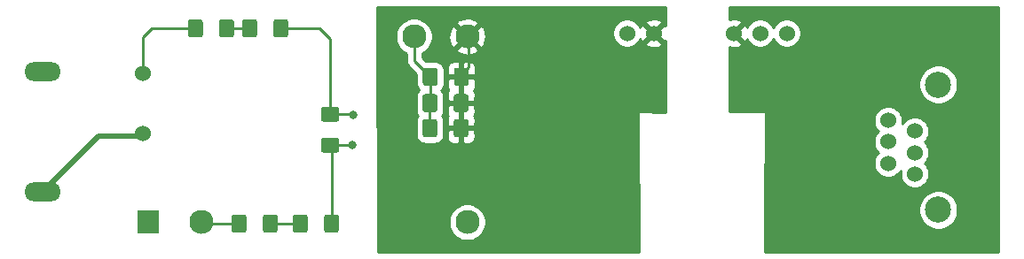
<source format=gbl>
G04 #@! TF.GenerationSoftware,KiCad,Pcbnew,(5.1.6)-1*
G04 #@! TF.CreationDate,2020-11-26T12:48:09+01:00*
G04 #@! TF.ProjectId,IsolationBarrier,49736f6c-6174-4696-9f6e-426172726965,rev?*
G04 #@! TF.SameCoordinates,Original*
G04 #@! TF.FileFunction,Copper,L2,Bot*
G04 #@! TF.FilePolarity,Positive*
%FSLAX46Y46*%
G04 Gerber Fmt 4.6, Leading zero omitted, Abs format (unit mm)*
G04 Created by KiCad (PCBNEW (5.1.6)-1) date 2020-11-26 12:48:09*
%MOMM*%
%LPD*%
G01*
G04 APERTURE LIST*
G04 #@! TA.AperFunction,WasherPad*
%ADD10C,2.500000*%
G04 #@! TD*
G04 #@! TA.AperFunction,ComponentPad*
%ADD11C,1.524000*%
G04 #@! TD*
G04 #@! TA.AperFunction,ComponentPad*
%ADD12O,3.500000X1.800000*%
G04 #@! TD*
G04 #@! TA.AperFunction,ComponentPad*
%ADD13C,2.300000*%
G04 #@! TD*
G04 #@! TA.AperFunction,ComponentPad*
%ADD14R,2.000000X2.300000*%
G04 #@! TD*
G04 #@! TA.AperFunction,ViaPad*
%ADD15C,0.800000*%
G04 #@! TD*
G04 #@! TA.AperFunction,Conductor*
%ADD16C,0.250000*%
G04 #@! TD*
G04 #@! TA.AperFunction,Conductor*
%ADD17C,0.500000*%
G04 #@! TD*
G04 #@! TA.AperFunction,Conductor*
%ADD18C,0.254000*%
G04 #@! TD*
G04 APERTURE END LIST*
D10*
X121951100Y-94358700D03*
X121951100Y-106358700D03*
D11*
X119716100Y-98828700D03*
X119716100Y-100868700D03*
X119716100Y-102908700D03*
X117176100Y-97808700D03*
X117176100Y-99848700D03*
X117176100Y-101888700D03*
D12*
X36508000Y-104591800D03*
X36508000Y-93091800D03*
D13*
X71931000Y-89761300D03*
X77011000Y-89761300D03*
X51611000Y-107541300D03*
D14*
X46531000Y-107541300D03*
D13*
X77011000Y-107541300D03*
D11*
X107491000Y-89443800D03*
X104951000Y-89443800D03*
X102411000Y-89443800D03*
X94791000Y-89443800D03*
X92251000Y-89443800D03*
G04 #@! TA.AperFunction,SMDPad,CuDef*
G36*
G01*
X64555000Y-97912800D02*
X63305000Y-97912800D01*
G75*
G02*
X63055000Y-97662800I0J250000D01*
G01*
X63055000Y-96737800D01*
G75*
G02*
X63305000Y-96487800I250000J0D01*
G01*
X64555000Y-96487800D01*
G75*
G02*
X64805000Y-96737800I0J-250000D01*
G01*
X64805000Y-97662800D01*
G75*
G02*
X64555000Y-97912800I-250000J0D01*
G01*
G37*
G04 #@! TD.AperFunction*
G04 #@! TA.AperFunction,SMDPad,CuDef*
G36*
G01*
X64555000Y-100887800D02*
X63305000Y-100887800D01*
G75*
G02*
X63055000Y-100637800I0J250000D01*
G01*
X63055000Y-99712800D01*
G75*
G02*
X63305000Y-99462800I250000J0D01*
G01*
X64555000Y-99462800D01*
G75*
G02*
X64805000Y-99712800I0J-250000D01*
G01*
X64805000Y-100637800D01*
G75*
G02*
X64555000Y-100887800I-250000J0D01*
G01*
G37*
G04 #@! TD.AperFunction*
G04 #@! TA.AperFunction,SMDPad,CuDef*
G36*
G01*
X61794500Y-107043300D02*
X61794500Y-108293300D01*
G75*
G02*
X61544500Y-108543300I-250000J0D01*
G01*
X60619500Y-108543300D01*
G75*
G02*
X60369500Y-108293300I0J250000D01*
G01*
X60369500Y-107043300D01*
G75*
G02*
X60619500Y-106793300I250000J0D01*
G01*
X61544500Y-106793300D01*
G75*
G02*
X61794500Y-107043300I0J-250000D01*
G01*
G37*
G04 #@! TD.AperFunction*
G04 #@! TA.AperFunction,SMDPad,CuDef*
G36*
G01*
X64769500Y-107043300D02*
X64769500Y-108293300D01*
G75*
G02*
X64519500Y-108543300I-250000J0D01*
G01*
X63594500Y-108543300D01*
G75*
G02*
X63344500Y-108293300I0J250000D01*
G01*
X63344500Y-107043300D01*
G75*
G02*
X63594500Y-106793300I250000J0D01*
G01*
X64519500Y-106793300D01*
G75*
G02*
X64769500Y-107043300I0J-250000D01*
G01*
G37*
G04 #@! TD.AperFunction*
G04 #@! TA.AperFunction,SMDPad,CuDef*
G36*
G01*
X55952500Y-107043300D02*
X55952500Y-108293300D01*
G75*
G02*
X55702500Y-108543300I-250000J0D01*
G01*
X54777500Y-108543300D01*
G75*
G02*
X54527500Y-108293300I0J250000D01*
G01*
X54527500Y-107043300D01*
G75*
G02*
X54777500Y-106793300I250000J0D01*
G01*
X55702500Y-106793300D01*
G75*
G02*
X55952500Y-107043300I0J-250000D01*
G01*
G37*
G04 #@! TD.AperFunction*
G04 #@! TA.AperFunction,SMDPad,CuDef*
G36*
G01*
X58927500Y-107043300D02*
X58927500Y-108293300D01*
G75*
G02*
X58677500Y-108543300I-250000J0D01*
G01*
X57752500Y-108543300D01*
G75*
G02*
X57502500Y-108293300I0J250000D01*
G01*
X57502500Y-107043300D01*
G75*
G02*
X57752500Y-106793300I250000J0D01*
G01*
X58677500Y-106793300D01*
G75*
G02*
X58927500Y-107043300I0J-250000D01*
G01*
G37*
G04 #@! TD.AperFunction*
G04 #@! TA.AperFunction,SMDPad,CuDef*
G36*
G01*
X56964300Y-88354700D02*
X56964300Y-89604700D01*
G75*
G02*
X56714300Y-89854700I-250000J0D01*
G01*
X55789300Y-89854700D01*
G75*
G02*
X55539300Y-89604700I0J250000D01*
G01*
X55539300Y-88354700D01*
G75*
G02*
X55789300Y-88104700I250000J0D01*
G01*
X56714300Y-88104700D01*
G75*
G02*
X56964300Y-88354700I0J-250000D01*
G01*
G37*
G04 #@! TD.AperFunction*
G04 #@! TA.AperFunction,SMDPad,CuDef*
G36*
G01*
X59939300Y-88354700D02*
X59939300Y-89604700D01*
G75*
G02*
X59689300Y-89854700I-250000J0D01*
G01*
X58764300Y-89854700D01*
G75*
G02*
X58514300Y-89604700I0J250000D01*
G01*
X58514300Y-88354700D01*
G75*
G02*
X58764300Y-88104700I250000J0D01*
G01*
X59689300Y-88104700D01*
G75*
G02*
X59939300Y-88354700I0J-250000D01*
G01*
G37*
G04 #@! TD.AperFunction*
G04 #@! TA.AperFunction,SMDPad,CuDef*
G36*
G01*
X51782700Y-88354700D02*
X51782700Y-89604700D01*
G75*
G02*
X51532700Y-89854700I-250000J0D01*
G01*
X50607700Y-89854700D01*
G75*
G02*
X50357700Y-89604700I0J250000D01*
G01*
X50357700Y-88354700D01*
G75*
G02*
X50607700Y-88104700I250000J0D01*
G01*
X51532700Y-88104700D01*
G75*
G02*
X51782700Y-88354700I0J-250000D01*
G01*
G37*
G04 #@! TD.AperFunction*
G04 #@! TA.AperFunction,SMDPad,CuDef*
G36*
G01*
X54757700Y-88354700D02*
X54757700Y-89604700D01*
G75*
G02*
X54507700Y-89854700I-250000J0D01*
G01*
X53582700Y-89854700D01*
G75*
G02*
X53332700Y-89604700I0J250000D01*
G01*
X53332700Y-88354700D01*
G75*
G02*
X53582700Y-88104700I250000J0D01*
G01*
X54507700Y-88104700D01*
G75*
G02*
X54757700Y-88354700I0J-250000D01*
G01*
G37*
G04 #@! TD.AperFunction*
X46091800Y-93263500D03*
X46091800Y-99063500D03*
G04 #@! TA.AperFunction,SMDPad,CuDef*
G36*
G01*
X75744200Y-94241100D02*
X75744200Y-92991100D01*
G75*
G02*
X75994200Y-92741100I250000J0D01*
G01*
X76919200Y-92741100D01*
G75*
G02*
X77169200Y-92991100I0J-250000D01*
G01*
X77169200Y-94241100D01*
G75*
G02*
X76919200Y-94491100I-250000J0D01*
G01*
X75994200Y-94491100D01*
G75*
G02*
X75744200Y-94241100I0J250000D01*
G01*
G37*
G04 #@! TD.AperFunction*
G04 #@! TA.AperFunction,SMDPad,CuDef*
G36*
G01*
X72769200Y-94241100D02*
X72769200Y-92991100D01*
G75*
G02*
X73019200Y-92741100I250000J0D01*
G01*
X73944200Y-92741100D01*
G75*
G02*
X74194200Y-92991100I0J-250000D01*
G01*
X74194200Y-94241100D01*
G75*
G02*
X73944200Y-94491100I-250000J0D01*
G01*
X73019200Y-94491100D01*
G75*
G02*
X72769200Y-94241100I0J250000D01*
G01*
G37*
G04 #@! TD.AperFunction*
G04 #@! TA.AperFunction,SMDPad,CuDef*
G36*
G01*
X75710100Y-99155100D02*
X75710100Y-97905100D01*
G75*
G02*
X75960100Y-97655100I250000J0D01*
G01*
X76885100Y-97655100D01*
G75*
G02*
X77135100Y-97905100I0J-250000D01*
G01*
X77135100Y-99155100D01*
G75*
G02*
X76885100Y-99405100I-250000J0D01*
G01*
X75960100Y-99405100D01*
G75*
G02*
X75710100Y-99155100I0J250000D01*
G01*
G37*
G04 #@! TD.AperFunction*
G04 #@! TA.AperFunction,SMDPad,CuDef*
G36*
G01*
X72735100Y-99155100D02*
X72735100Y-97905100D01*
G75*
G02*
X72985100Y-97655100I250000J0D01*
G01*
X73910100Y-97655100D01*
G75*
G02*
X74160100Y-97905100I0J-250000D01*
G01*
X74160100Y-99155100D01*
G75*
G02*
X73910100Y-99405100I-250000J0D01*
G01*
X72985100Y-99405100D01*
G75*
G02*
X72735100Y-99155100I0J250000D01*
G01*
G37*
G04 #@! TD.AperFunction*
G04 #@! TA.AperFunction,SMDPad,CuDef*
G36*
G01*
X75710100Y-96767500D02*
X75710100Y-95517500D01*
G75*
G02*
X75960100Y-95267500I250000J0D01*
G01*
X76885100Y-95267500D01*
G75*
G02*
X77135100Y-95517500I0J-250000D01*
G01*
X77135100Y-96767500D01*
G75*
G02*
X76885100Y-97017500I-250000J0D01*
G01*
X75960100Y-97017500D01*
G75*
G02*
X75710100Y-96767500I0J250000D01*
G01*
G37*
G04 #@! TD.AperFunction*
G04 #@! TA.AperFunction,SMDPad,CuDef*
G36*
G01*
X72735100Y-96767500D02*
X72735100Y-95517500D01*
G75*
G02*
X72985100Y-95267500I250000J0D01*
G01*
X73910100Y-95267500D01*
G75*
G02*
X74160100Y-95517500I0J-250000D01*
G01*
X74160100Y-96767500D01*
G75*
G02*
X73910100Y-97017500I-250000J0D01*
G01*
X72985100Y-97017500D01*
G75*
G02*
X72735100Y-96767500I0J250000D01*
G01*
G37*
G04 #@! TD.AperFunction*
D15*
X71550000Y-107795300D03*
X77646000Y-91729800D03*
X82550000Y-109283500D03*
X81821000Y-97483800D03*
X87621000Y-109183800D03*
X87552000Y-97000300D03*
X82535500Y-100111800D03*
X76884000Y-102016800D03*
X70026000Y-95539800D03*
X70407000Y-99159300D03*
X70216500Y-109065300D03*
X93711500Y-87411800D03*
X93076500Y-94396800D03*
X92505000Y-91412300D03*
X91552500Y-93444300D03*
X81837000Y-94650800D03*
X113978100Y-94372700D03*
X112609100Y-92961700D03*
X112317000Y-94777800D03*
X111211000Y-108620800D03*
X118730500Y-108049300D03*
X122413500Y-102461300D03*
X120000500Y-90078800D03*
X103935000Y-92745800D03*
X126985500Y-109763800D03*
X123112000Y-87475300D03*
X116698500Y-88237300D03*
X122667500Y-99095800D03*
X105903500Y-94206300D03*
X106602000Y-87475300D03*
X66089000Y-97254300D03*
X66040000Y-100175300D03*
D16*
X76456700Y-93616100D02*
X76456700Y-93387400D01*
X76456700Y-93387400D02*
X77156000Y-92688100D01*
X77156000Y-89942900D02*
X77049200Y-89836100D01*
X77156000Y-92688100D02*
X77156000Y-89942900D01*
X76456700Y-96108400D02*
X76422600Y-96142500D01*
X76456700Y-93616100D02*
X76456700Y-96108400D01*
X76456700Y-96176600D02*
X76422600Y-96142500D01*
X76422600Y-98530100D02*
X76422600Y-96142500D01*
X71969200Y-92103600D02*
X73481700Y-93616100D01*
X71969200Y-89836100D02*
X71969200Y-92103600D01*
X73481700Y-96108400D02*
X73447600Y-96142500D01*
X73481700Y-93616100D02*
X73481700Y-96108400D01*
X73447600Y-96142500D02*
X73447600Y-98530100D01*
X51738000Y-107668300D02*
X51611000Y-107541300D01*
X55240000Y-107668300D02*
X51738000Y-107668300D01*
X63930000Y-90015300D02*
X63930000Y-97200300D01*
X59226800Y-88979700D02*
X62894400Y-88979700D01*
X62894400Y-88979700D02*
X63930000Y-90015300D01*
X66035000Y-97200300D02*
X66089000Y-97254300D01*
X63930000Y-97200300D02*
X66035000Y-97200300D01*
X45867000Y-99288300D02*
X46091800Y-99063500D01*
D17*
X42088000Y-99288300D02*
X45867000Y-99288300D01*
X36508000Y-104591800D02*
X41813500Y-99286300D01*
X42086000Y-99286300D02*
X42088000Y-99288300D01*
X41813500Y-99286300D02*
X42086000Y-99286300D01*
D16*
X54045200Y-88979700D02*
X56251800Y-88979700D01*
X58215000Y-107668300D02*
X61082000Y-107668300D01*
X46091800Y-93263500D02*
X46091800Y-89819500D01*
X46931600Y-88979700D02*
X51070200Y-88979700D01*
X46091800Y-89819500D02*
X46931600Y-88979700D01*
D17*
X64057000Y-100302300D02*
X63930000Y-100175300D01*
D16*
X64057000Y-107668300D02*
X64057000Y-100302300D01*
X63930000Y-100175300D02*
X66040000Y-100175300D01*
D18*
G36*
X127669001Y-110348000D02*
G01*
X105448724Y-110348000D01*
X105451952Y-106173832D01*
X120074100Y-106173832D01*
X120074100Y-106543568D01*
X120146232Y-106906201D01*
X120287724Y-107247793D01*
X120493139Y-107555218D01*
X120754582Y-107816661D01*
X121062007Y-108022076D01*
X121403599Y-108163568D01*
X121766232Y-108235700D01*
X122135968Y-108235700D01*
X122498601Y-108163568D01*
X122840193Y-108022076D01*
X123147618Y-107816661D01*
X123409061Y-107555218D01*
X123614476Y-107247793D01*
X123755968Y-106906201D01*
X123828100Y-106543568D01*
X123828100Y-106173832D01*
X123755968Y-105811199D01*
X123614476Y-105469607D01*
X123409061Y-105162182D01*
X123147618Y-104900739D01*
X122840193Y-104695324D01*
X122498601Y-104553832D01*
X122135968Y-104481700D01*
X121766232Y-104481700D01*
X121403599Y-104553832D01*
X121062007Y-104695324D01*
X120754582Y-104900739D01*
X120493139Y-105162182D01*
X120287724Y-105469607D01*
X120146232Y-105811199D01*
X120074100Y-106173832D01*
X105451952Y-106173832D01*
X105458529Y-97671895D01*
X115787100Y-97671895D01*
X115787100Y-97945505D01*
X115840478Y-98213856D01*
X115945184Y-98466638D01*
X116097193Y-98694136D01*
X116231757Y-98828700D01*
X116097193Y-98963264D01*
X115945184Y-99190762D01*
X115840478Y-99443544D01*
X115787100Y-99711895D01*
X115787100Y-99985505D01*
X115840478Y-100253856D01*
X115945184Y-100506638D01*
X116097193Y-100734136D01*
X116231757Y-100868700D01*
X116097193Y-101003264D01*
X115945184Y-101230762D01*
X115840478Y-101483544D01*
X115787100Y-101751895D01*
X115787100Y-102025505D01*
X115840478Y-102293856D01*
X115945184Y-102546638D01*
X116097193Y-102774136D01*
X116290664Y-102967607D01*
X116518162Y-103119616D01*
X116770944Y-103224322D01*
X117039295Y-103277700D01*
X117312905Y-103277700D01*
X117581256Y-103224322D01*
X117834038Y-103119616D01*
X118061536Y-102967607D01*
X118255007Y-102774136D01*
X118357024Y-102621457D01*
X118327100Y-102771895D01*
X118327100Y-103045505D01*
X118380478Y-103313856D01*
X118485184Y-103566638D01*
X118637193Y-103794136D01*
X118830664Y-103987607D01*
X119058162Y-104139616D01*
X119310944Y-104244322D01*
X119579295Y-104297700D01*
X119852905Y-104297700D01*
X120121256Y-104244322D01*
X120374038Y-104139616D01*
X120601536Y-103987607D01*
X120795007Y-103794136D01*
X120947016Y-103566638D01*
X121051722Y-103313856D01*
X121105100Y-103045505D01*
X121105100Y-102771895D01*
X121051722Y-102503544D01*
X120947016Y-102250762D01*
X120795007Y-102023264D01*
X120660443Y-101888700D01*
X120795007Y-101754136D01*
X120947016Y-101526638D01*
X121051722Y-101273856D01*
X121105100Y-101005505D01*
X121105100Y-100731895D01*
X121051722Y-100463544D01*
X120947016Y-100210762D01*
X120795007Y-99983264D01*
X120660443Y-99848700D01*
X120795007Y-99714136D01*
X120947016Y-99486638D01*
X121051722Y-99233856D01*
X121105100Y-98965505D01*
X121105100Y-98691895D01*
X121051722Y-98423544D01*
X120947016Y-98170762D01*
X120795007Y-97943264D01*
X120601536Y-97749793D01*
X120374038Y-97597784D01*
X120121256Y-97493078D01*
X119852905Y-97439700D01*
X119579295Y-97439700D01*
X119310944Y-97493078D01*
X119058162Y-97597784D01*
X118830664Y-97749793D01*
X118637193Y-97943264D01*
X118535176Y-98095943D01*
X118565100Y-97945505D01*
X118565100Y-97671895D01*
X118511722Y-97403544D01*
X118407016Y-97150762D01*
X118255007Y-96923264D01*
X118061536Y-96729793D01*
X117834038Y-96577784D01*
X117581256Y-96473078D01*
X117312905Y-96419700D01*
X117039295Y-96419700D01*
X116770944Y-96473078D01*
X116518162Y-96577784D01*
X116290664Y-96729793D01*
X116097193Y-96923264D01*
X115945184Y-97150762D01*
X115840478Y-97403544D01*
X115787100Y-97671895D01*
X105458529Y-97671895D01*
X105459000Y-97063898D01*
X105456579Y-97039120D01*
X105449370Y-97015290D01*
X105437651Y-96993324D01*
X105421872Y-96974067D01*
X105402639Y-96958258D01*
X105380692Y-96946505D01*
X105356873Y-96939259D01*
X105332000Y-96936800D01*
X102030000Y-96936800D01*
X102030000Y-94173832D01*
X120074100Y-94173832D01*
X120074100Y-94543568D01*
X120146232Y-94906201D01*
X120287724Y-95247793D01*
X120493139Y-95555218D01*
X120754582Y-95816661D01*
X121062007Y-96022076D01*
X121403599Y-96163568D01*
X121766232Y-96235700D01*
X122135968Y-96235700D01*
X122498601Y-96163568D01*
X122840193Y-96022076D01*
X123147618Y-95816661D01*
X123409061Y-95555218D01*
X123614476Y-95247793D01*
X123755968Y-94906201D01*
X123828100Y-94543568D01*
X123828100Y-94173832D01*
X123755968Y-93811199D01*
X123614476Y-93469607D01*
X123409061Y-93162182D01*
X123147618Y-92900739D01*
X122840193Y-92695324D01*
X122498601Y-92553832D01*
X122135968Y-92481700D01*
X121766232Y-92481700D01*
X121403599Y-92553832D01*
X121062007Y-92695324D01*
X120754582Y-92900739D01*
X120493139Y-93162182D01*
X120287724Y-93469607D01*
X120146232Y-93811199D01*
X120074100Y-94173832D01*
X102030000Y-94173832D01*
X102030000Y-90788626D01*
X102208135Y-90832823D01*
X102483017Y-90845710D01*
X102755133Y-90804722D01*
X103014023Y-90711436D01*
X103129980Y-90649456D01*
X103196960Y-90409365D01*
X102411000Y-89623405D01*
X102396858Y-89637548D01*
X102217253Y-89457943D01*
X102231395Y-89443800D01*
X102590605Y-89443800D01*
X103376565Y-90229760D01*
X103616656Y-90162780D01*
X103685088Y-90017251D01*
X103720084Y-90101738D01*
X103872093Y-90329236D01*
X104065564Y-90522707D01*
X104293062Y-90674716D01*
X104545844Y-90779422D01*
X104814195Y-90832800D01*
X105087805Y-90832800D01*
X105356156Y-90779422D01*
X105608938Y-90674716D01*
X105836436Y-90522707D01*
X106029907Y-90329236D01*
X106181916Y-90101738D01*
X106221000Y-90007381D01*
X106260084Y-90101738D01*
X106412093Y-90329236D01*
X106605564Y-90522707D01*
X106833062Y-90674716D01*
X107085844Y-90779422D01*
X107354195Y-90832800D01*
X107627805Y-90832800D01*
X107896156Y-90779422D01*
X108148938Y-90674716D01*
X108376436Y-90522707D01*
X108569907Y-90329236D01*
X108721916Y-90101738D01*
X108826622Y-89848956D01*
X108880000Y-89580605D01*
X108880000Y-89306995D01*
X108826622Y-89038644D01*
X108721916Y-88785862D01*
X108569907Y-88558364D01*
X108376436Y-88364893D01*
X108148938Y-88212884D01*
X107896156Y-88108178D01*
X107627805Y-88054800D01*
X107354195Y-88054800D01*
X107085844Y-88108178D01*
X106833062Y-88212884D01*
X106605564Y-88364893D01*
X106412093Y-88558364D01*
X106260084Y-88785862D01*
X106221000Y-88880219D01*
X106181916Y-88785862D01*
X106029907Y-88558364D01*
X105836436Y-88364893D01*
X105608938Y-88212884D01*
X105356156Y-88108178D01*
X105087805Y-88054800D01*
X104814195Y-88054800D01*
X104545844Y-88108178D01*
X104293062Y-88212884D01*
X104065564Y-88364893D01*
X103872093Y-88558364D01*
X103720084Y-88785862D01*
X103687336Y-88864922D01*
X103678636Y-88840777D01*
X103616656Y-88724820D01*
X103376565Y-88657840D01*
X102590605Y-89443800D01*
X102231395Y-89443800D01*
X102217253Y-89429658D01*
X102396858Y-89250053D01*
X102411000Y-89264195D01*
X103196960Y-88478235D01*
X103129980Y-88238144D01*
X102880952Y-88121044D01*
X102613865Y-88054777D01*
X102338983Y-88041890D01*
X102066867Y-88082878D01*
X102030000Y-88096162D01*
X102030000Y-86935800D01*
X127669000Y-86935800D01*
X127669001Y-110348000D01*
G37*
X127669001Y-110348000D02*
X105448724Y-110348000D01*
X105451952Y-106173832D01*
X120074100Y-106173832D01*
X120074100Y-106543568D01*
X120146232Y-106906201D01*
X120287724Y-107247793D01*
X120493139Y-107555218D01*
X120754582Y-107816661D01*
X121062007Y-108022076D01*
X121403599Y-108163568D01*
X121766232Y-108235700D01*
X122135968Y-108235700D01*
X122498601Y-108163568D01*
X122840193Y-108022076D01*
X123147618Y-107816661D01*
X123409061Y-107555218D01*
X123614476Y-107247793D01*
X123755968Y-106906201D01*
X123828100Y-106543568D01*
X123828100Y-106173832D01*
X123755968Y-105811199D01*
X123614476Y-105469607D01*
X123409061Y-105162182D01*
X123147618Y-104900739D01*
X122840193Y-104695324D01*
X122498601Y-104553832D01*
X122135968Y-104481700D01*
X121766232Y-104481700D01*
X121403599Y-104553832D01*
X121062007Y-104695324D01*
X120754582Y-104900739D01*
X120493139Y-105162182D01*
X120287724Y-105469607D01*
X120146232Y-105811199D01*
X120074100Y-106173832D01*
X105451952Y-106173832D01*
X105458529Y-97671895D01*
X115787100Y-97671895D01*
X115787100Y-97945505D01*
X115840478Y-98213856D01*
X115945184Y-98466638D01*
X116097193Y-98694136D01*
X116231757Y-98828700D01*
X116097193Y-98963264D01*
X115945184Y-99190762D01*
X115840478Y-99443544D01*
X115787100Y-99711895D01*
X115787100Y-99985505D01*
X115840478Y-100253856D01*
X115945184Y-100506638D01*
X116097193Y-100734136D01*
X116231757Y-100868700D01*
X116097193Y-101003264D01*
X115945184Y-101230762D01*
X115840478Y-101483544D01*
X115787100Y-101751895D01*
X115787100Y-102025505D01*
X115840478Y-102293856D01*
X115945184Y-102546638D01*
X116097193Y-102774136D01*
X116290664Y-102967607D01*
X116518162Y-103119616D01*
X116770944Y-103224322D01*
X117039295Y-103277700D01*
X117312905Y-103277700D01*
X117581256Y-103224322D01*
X117834038Y-103119616D01*
X118061536Y-102967607D01*
X118255007Y-102774136D01*
X118357024Y-102621457D01*
X118327100Y-102771895D01*
X118327100Y-103045505D01*
X118380478Y-103313856D01*
X118485184Y-103566638D01*
X118637193Y-103794136D01*
X118830664Y-103987607D01*
X119058162Y-104139616D01*
X119310944Y-104244322D01*
X119579295Y-104297700D01*
X119852905Y-104297700D01*
X120121256Y-104244322D01*
X120374038Y-104139616D01*
X120601536Y-103987607D01*
X120795007Y-103794136D01*
X120947016Y-103566638D01*
X121051722Y-103313856D01*
X121105100Y-103045505D01*
X121105100Y-102771895D01*
X121051722Y-102503544D01*
X120947016Y-102250762D01*
X120795007Y-102023264D01*
X120660443Y-101888700D01*
X120795007Y-101754136D01*
X120947016Y-101526638D01*
X121051722Y-101273856D01*
X121105100Y-101005505D01*
X121105100Y-100731895D01*
X121051722Y-100463544D01*
X120947016Y-100210762D01*
X120795007Y-99983264D01*
X120660443Y-99848700D01*
X120795007Y-99714136D01*
X120947016Y-99486638D01*
X121051722Y-99233856D01*
X121105100Y-98965505D01*
X121105100Y-98691895D01*
X121051722Y-98423544D01*
X120947016Y-98170762D01*
X120795007Y-97943264D01*
X120601536Y-97749793D01*
X120374038Y-97597784D01*
X120121256Y-97493078D01*
X119852905Y-97439700D01*
X119579295Y-97439700D01*
X119310944Y-97493078D01*
X119058162Y-97597784D01*
X118830664Y-97749793D01*
X118637193Y-97943264D01*
X118535176Y-98095943D01*
X118565100Y-97945505D01*
X118565100Y-97671895D01*
X118511722Y-97403544D01*
X118407016Y-97150762D01*
X118255007Y-96923264D01*
X118061536Y-96729793D01*
X117834038Y-96577784D01*
X117581256Y-96473078D01*
X117312905Y-96419700D01*
X117039295Y-96419700D01*
X116770944Y-96473078D01*
X116518162Y-96577784D01*
X116290664Y-96729793D01*
X116097193Y-96923264D01*
X115945184Y-97150762D01*
X115840478Y-97403544D01*
X115787100Y-97671895D01*
X105458529Y-97671895D01*
X105459000Y-97063898D01*
X105456579Y-97039120D01*
X105449370Y-97015290D01*
X105437651Y-96993324D01*
X105421872Y-96974067D01*
X105402639Y-96958258D01*
X105380692Y-96946505D01*
X105356873Y-96939259D01*
X105332000Y-96936800D01*
X102030000Y-96936800D01*
X102030000Y-94173832D01*
X120074100Y-94173832D01*
X120074100Y-94543568D01*
X120146232Y-94906201D01*
X120287724Y-95247793D01*
X120493139Y-95555218D01*
X120754582Y-95816661D01*
X121062007Y-96022076D01*
X121403599Y-96163568D01*
X121766232Y-96235700D01*
X122135968Y-96235700D01*
X122498601Y-96163568D01*
X122840193Y-96022076D01*
X123147618Y-95816661D01*
X123409061Y-95555218D01*
X123614476Y-95247793D01*
X123755968Y-94906201D01*
X123828100Y-94543568D01*
X123828100Y-94173832D01*
X123755968Y-93811199D01*
X123614476Y-93469607D01*
X123409061Y-93162182D01*
X123147618Y-92900739D01*
X122840193Y-92695324D01*
X122498601Y-92553832D01*
X122135968Y-92481700D01*
X121766232Y-92481700D01*
X121403599Y-92553832D01*
X121062007Y-92695324D01*
X120754582Y-92900739D01*
X120493139Y-93162182D01*
X120287724Y-93469607D01*
X120146232Y-93811199D01*
X120074100Y-94173832D01*
X102030000Y-94173832D01*
X102030000Y-90788626D01*
X102208135Y-90832823D01*
X102483017Y-90845710D01*
X102755133Y-90804722D01*
X103014023Y-90711436D01*
X103129980Y-90649456D01*
X103196960Y-90409365D01*
X102411000Y-89623405D01*
X102396858Y-89637548D01*
X102217253Y-89457943D01*
X102231395Y-89443800D01*
X102590605Y-89443800D01*
X103376565Y-90229760D01*
X103616656Y-90162780D01*
X103685088Y-90017251D01*
X103720084Y-90101738D01*
X103872093Y-90329236D01*
X104065564Y-90522707D01*
X104293062Y-90674716D01*
X104545844Y-90779422D01*
X104814195Y-90832800D01*
X105087805Y-90832800D01*
X105356156Y-90779422D01*
X105608938Y-90674716D01*
X105836436Y-90522707D01*
X106029907Y-90329236D01*
X106181916Y-90101738D01*
X106221000Y-90007381D01*
X106260084Y-90101738D01*
X106412093Y-90329236D01*
X106605564Y-90522707D01*
X106833062Y-90674716D01*
X107085844Y-90779422D01*
X107354195Y-90832800D01*
X107627805Y-90832800D01*
X107896156Y-90779422D01*
X108148938Y-90674716D01*
X108376436Y-90522707D01*
X108569907Y-90329236D01*
X108721916Y-90101738D01*
X108826622Y-89848956D01*
X108880000Y-89580605D01*
X108880000Y-89306995D01*
X108826622Y-89038644D01*
X108721916Y-88785862D01*
X108569907Y-88558364D01*
X108376436Y-88364893D01*
X108148938Y-88212884D01*
X107896156Y-88108178D01*
X107627805Y-88054800D01*
X107354195Y-88054800D01*
X107085844Y-88108178D01*
X106833062Y-88212884D01*
X106605564Y-88364893D01*
X106412093Y-88558364D01*
X106260084Y-88785862D01*
X106221000Y-88880219D01*
X106181916Y-88785862D01*
X106029907Y-88558364D01*
X105836436Y-88364893D01*
X105608938Y-88212884D01*
X105356156Y-88108178D01*
X105087805Y-88054800D01*
X104814195Y-88054800D01*
X104545844Y-88108178D01*
X104293062Y-88212884D01*
X104065564Y-88364893D01*
X103872093Y-88558364D01*
X103720084Y-88785862D01*
X103687336Y-88864922D01*
X103678636Y-88840777D01*
X103616656Y-88724820D01*
X103376565Y-88657840D01*
X102590605Y-89443800D01*
X102231395Y-89443800D01*
X102217253Y-89429658D01*
X102396858Y-89250053D01*
X102411000Y-89264195D01*
X103196960Y-88478235D01*
X103129980Y-88238144D01*
X102880952Y-88121044D01*
X102613865Y-88054777D01*
X102338983Y-88041890D01*
X102066867Y-88082878D01*
X102030000Y-88096162D01*
X102030000Y-86935800D01*
X127669000Y-86935800D01*
X127669001Y-110348000D01*
G36*
X95921300Y-88703797D02*
G01*
X95756565Y-88657840D01*
X94970605Y-89443800D01*
X95756565Y-90229760D01*
X95921300Y-90183803D01*
X95921300Y-96997820D01*
X93424062Y-96949524D01*
X93399243Y-96951484D01*
X93375283Y-96958249D01*
X93353104Y-96969559D01*
X93333557Y-96984978D01*
X93317393Y-97003914D01*
X93305235Y-97025640D01*
X93297549Y-97049320D01*
X93294608Y-97077290D01*
X93377191Y-110348000D01*
X68467474Y-110348000D01*
X68459382Y-107366281D01*
X75234000Y-107366281D01*
X75234000Y-107716319D01*
X75302289Y-108059632D01*
X75436243Y-108383025D01*
X75630714Y-108674071D01*
X75878229Y-108921586D01*
X76169275Y-109116057D01*
X76492668Y-109250011D01*
X76835981Y-109318300D01*
X77186019Y-109318300D01*
X77529332Y-109250011D01*
X77852725Y-109116057D01*
X78143771Y-108921586D01*
X78391286Y-108674071D01*
X78585757Y-108383025D01*
X78719711Y-108059632D01*
X78788000Y-107716319D01*
X78788000Y-107366281D01*
X78719711Y-107022968D01*
X78585757Y-106699575D01*
X78391286Y-106408529D01*
X78143771Y-106161014D01*
X77852725Y-105966543D01*
X77529332Y-105832589D01*
X77186019Y-105764300D01*
X76835981Y-105764300D01*
X76492668Y-105832589D01*
X76169275Y-105966543D01*
X75878229Y-106161014D01*
X75630714Y-106408529D01*
X75436243Y-106699575D01*
X75302289Y-107022968D01*
X75234000Y-107366281D01*
X68459382Y-107366281D01*
X68411127Y-89586281D01*
X70154000Y-89586281D01*
X70154000Y-89936319D01*
X70222289Y-90279632D01*
X70356243Y-90603025D01*
X70550714Y-90894071D01*
X70798229Y-91141586D01*
X71089275Y-91336057D01*
X71217201Y-91389046D01*
X71217201Y-92066655D01*
X71213562Y-92103600D01*
X71226820Y-92238207D01*
X71228082Y-92251018D01*
X71232278Y-92264850D01*
X71271082Y-92392769D01*
X71340910Y-92523410D01*
X71411337Y-92609225D01*
X71434884Y-92637917D01*
X71463575Y-92661463D01*
X72139167Y-93337055D01*
X72139167Y-94241100D01*
X72156077Y-94412786D01*
X72206156Y-94577874D01*
X72287479Y-94730020D01*
X72396923Y-94863377D01*
X72399275Y-94865307D01*
X72362823Y-94895223D01*
X72253379Y-95028580D01*
X72172056Y-95180726D01*
X72121977Y-95345814D01*
X72105067Y-95517500D01*
X72105067Y-96767500D01*
X72121977Y-96939186D01*
X72172056Y-97104274D01*
X72253379Y-97256420D01*
X72318935Y-97336300D01*
X72253379Y-97416180D01*
X72172056Y-97568326D01*
X72121977Y-97733414D01*
X72105067Y-97905100D01*
X72105067Y-99155100D01*
X72121977Y-99326786D01*
X72172056Y-99491874D01*
X72253379Y-99644020D01*
X72362823Y-99777377D01*
X72496180Y-99886821D01*
X72648326Y-99968144D01*
X72813414Y-100018223D01*
X72985100Y-100035133D01*
X73910100Y-100035133D01*
X74081786Y-100018223D01*
X74246874Y-99968144D01*
X74399020Y-99886821D01*
X74532377Y-99777377D01*
X74641821Y-99644020D01*
X74723144Y-99491874D01*
X74749466Y-99405100D01*
X75072028Y-99405100D01*
X75084288Y-99529582D01*
X75120598Y-99649280D01*
X75179563Y-99759594D01*
X75258915Y-99856285D01*
X75355606Y-99935637D01*
X75465920Y-99994602D01*
X75585618Y-100030912D01*
X75710100Y-100043172D01*
X76136850Y-100040100D01*
X76295600Y-99881350D01*
X76295600Y-98657100D01*
X76549600Y-98657100D01*
X76549600Y-99881350D01*
X76708350Y-100040100D01*
X77135100Y-100043172D01*
X77259582Y-100030912D01*
X77379280Y-99994602D01*
X77489594Y-99935637D01*
X77586285Y-99856285D01*
X77665637Y-99759594D01*
X77724602Y-99649280D01*
X77760912Y-99529582D01*
X77773172Y-99405100D01*
X77770100Y-98815850D01*
X77611350Y-98657100D01*
X76549600Y-98657100D01*
X76295600Y-98657100D01*
X75233850Y-98657100D01*
X75075100Y-98815850D01*
X75072028Y-99405100D01*
X74749466Y-99405100D01*
X74773223Y-99326786D01*
X74790133Y-99155100D01*
X74790133Y-97905100D01*
X74773223Y-97733414D01*
X74723144Y-97568326D01*
X74641821Y-97416180D01*
X74576265Y-97336300D01*
X74641821Y-97256420D01*
X74723144Y-97104274D01*
X74749466Y-97017500D01*
X75072028Y-97017500D01*
X75084288Y-97141982D01*
X75120598Y-97261680D01*
X75160484Y-97336300D01*
X75120598Y-97410920D01*
X75084288Y-97530618D01*
X75072028Y-97655100D01*
X75075100Y-98244350D01*
X75233850Y-98403100D01*
X76295600Y-98403100D01*
X76295600Y-96269500D01*
X76549600Y-96269500D01*
X76549600Y-98403100D01*
X77611350Y-98403100D01*
X77770100Y-98244350D01*
X77773172Y-97655100D01*
X77760912Y-97530618D01*
X77724602Y-97410920D01*
X77684716Y-97336300D01*
X77724602Y-97261680D01*
X77760912Y-97141982D01*
X77773172Y-97017500D01*
X77770100Y-96428250D01*
X77611350Y-96269500D01*
X76549600Y-96269500D01*
X76295600Y-96269500D01*
X75233850Y-96269500D01*
X75075100Y-96428250D01*
X75072028Y-97017500D01*
X74749466Y-97017500D01*
X74773223Y-96939186D01*
X74790133Y-96767500D01*
X74790133Y-95517500D01*
X74773223Y-95345814D01*
X74749467Y-95267500D01*
X75072028Y-95267500D01*
X75075100Y-95856750D01*
X75233850Y-96015500D01*
X76295600Y-96015500D01*
X76295600Y-95001450D01*
X76329700Y-94967350D01*
X76329700Y-94791250D01*
X76549600Y-94791250D01*
X76549600Y-96015500D01*
X77611350Y-96015500D01*
X77770100Y-95856750D01*
X77773172Y-95267500D01*
X77760912Y-95143018D01*
X77724602Y-95023320D01*
X77665637Y-94913006D01*
X77655025Y-94900076D01*
X77699737Y-94845594D01*
X77758702Y-94735280D01*
X77795012Y-94615582D01*
X77807272Y-94491100D01*
X77804200Y-93901850D01*
X77645450Y-93743100D01*
X76583700Y-93743100D01*
X76583700Y-94757150D01*
X76549600Y-94791250D01*
X76329700Y-94791250D01*
X76329700Y-93743100D01*
X75267950Y-93743100D01*
X75109200Y-93901850D01*
X75106128Y-94491100D01*
X75118388Y-94615582D01*
X75154698Y-94735280D01*
X75213663Y-94845594D01*
X75224275Y-94858524D01*
X75179563Y-94913006D01*
X75120598Y-95023320D01*
X75084288Y-95143018D01*
X75072028Y-95267500D01*
X74749467Y-95267500D01*
X74723144Y-95180726D01*
X74641821Y-95028580D01*
X74532377Y-94895223D01*
X74530025Y-94893293D01*
X74566477Y-94863377D01*
X74675921Y-94730020D01*
X74757244Y-94577874D01*
X74807323Y-94412786D01*
X74824233Y-94241100D01*
X74824233Y-92991100D01*
X74807323Y-92819414D01*
X74783567Y-92741100D01*
X75106128Y-92741100D01*
X75109200Y-93330350D01*
X75267950Y-93489100D01*
X76329700Y-93489100D01*
X76329700Y-92264850D01*
X76583700Y-92264850D01*
X76583700Y-93489100D01*
X77645450Y-93489100D01*
X77804200Y-93330350D01*
X77807272Y-92741100D01*
X77795012Y-92616618D01*
X77758702Y-92496920D01*
X77699737Y-92386606D01*
X77620385Y-92289915D01*
X77523694Y-92210563D01*
X77413380Y-92151598D01*
X77293682Y-92115288D01*
X77169200Y-92103028D01*
X76742450Y-92106100D01*
X76583700Y-92264850D01*
X76329700Y-92264850D01*
X76170950Y-92106100D01*
X75744200Y-92103028D01*
X75619718Y-92115288D01*
X75500020Y-92151598D01*
X75389706Y-92210563D01*
X75293015Y-92289915D01*
X75213663Y-92386606D01*
X75154698Y-92496920D01*
X75118388Y-92616618D01*
X75106128Y-92741100D01*
X74783567Y-92741100D01*
X74757244Y-92654326D01*
X74675921Y-92502180D01*
X74566477Y-92368823D01*
X74433120Y-92259379D01*
X74280974Y-92178056D01*
X74115886Y-92127977D01*
X73944200Y-92111067D01*
X73040155Y-92111067D01*
X72721200Y-91792112D01*
X72721200Y-91357399D01*
X72772725Y-91336057D01*
X73063771Y-91141586D01*
X73201708Y-91003649D01*
X75948256Y-91003649D01*
X76062118Y-91283390D01*
X76377296Y-91439261D01*
X76716826Y-91530649D01*
X77067661Y-91554041D01*
X77416319Y-91508540D01*
X77749400Y-91395894D01*
X77959882Y-91283390D01*
X78073744Y-91003649D01*
X77011000Y-89940905D01*
X75948256Y-91003649D01*
X73201708Y-91003649D01*
X73311286Y-90894071D01*
X73505757Y-90603025D01*
X73639711Y-90279632D01*
X73708000Y-89936319D01*
X73708000Y-89817961D01*
X75218259Y-89817961D01*
X75263760Y-90166619D01*
X75376406Y-90499700D01*
X75488910Y-90710182D01*
X75768651Y-90824044D01*
X76831395Y-89761300D01*
X77190605Y-89761300D01*
X78253349Y-90824044D01*
X78533090Y-90710182D01*
X78688961Y-90395004D01*
X78780349Y-90055474D01*
X78803741Y-89704639D01*
X78758240Y-89355981D01*
X78741674Y-89306995D01*
X90862000Y-89306995D01*
X90862000Y-89580605D01*
X90915378Y-89848956D01*
X91020084Y-90101738D01*
X91172093Y-90329236D01*
X91365564Y-90522707D01*
X91593062Y-90674716D01*
X91845844Y-90779422D01*
X92114195Y-90832800D01*
X92387805Y-90832800D01*
X92656156Y-90779422D01*
X92908938Y-90674716D01*
X93136436Y-90522707D01*
X93249778Y-90409365D01*
X94005040Y-90409365D01*
X94072020Y-90649456D01*
X94321048Y-90766556D01*
X94588135Y-90832823D01*
X94863017Y-90845710D01*
X95135133Y-90804722D01*
X95394023Y-90711436D01*
X95509980Y-90649456D01*
X95576960Y-90409365D01*
X94791000Y-89623405D01*
X94005040Y-90409365D01*
X93249778Y-90409365D01*
X93329907Y-90329236D01*
X93481916Y-90101738D01*
X93514664Y-90022678D01*
X93523364Y-90046823D01*
X93585344Y-90162780D01*
X93825435Y-90229760D01*
X94611395Y-89443800D01*
X93825435Y-88657840D01*
X93585344Y-88724820D01*
X93516912Y-88870349D01*
X93481916Y-88785862D01*
X93329907Y-88558364D01*
X93249778Y-88478235D01*
X94005040Y-88478235D01*
X94791000Y-89264195D01*
X95576960Y-88478235D01*
X95509980Y-88238144D01*
X95260952Y-88121044D01*
X94993865Y-88054777D01*
X94718983Y-88041890D01*
X94446867Y-88082878D01*
X94187977Y-88176164D01*
X94072020Y-88238144D01*
X94005040Y-88478235D01*
X93249778Y-88478235D01*
X93136436Y-88364893D01*
X92908938Y-88212884D01*
X92656156Y-88108178D01*
X92387805Y-88054800D01*
X92114195Y-88054800D01*
X91845844Y-88108178D01*
X91593062Y-88212884D01*
X91365564Y-88364893D01*
X91172093Y-88558364D01*
X91020084Y-88785862D01*
X90915378Y-89038644D01*
X90862000Y-89306995D01*
X78741674Y-89306995D01*
X78645594Y-89022900D01*
X78533090Y-88812418D01*
X78253349Y-88698556D01*
X77190605Y-89761300D01*
X76831395Y-89761300D01*
X75768651Y-88698556D01*
X75488910Y-88812418D01*
X75333039Y-89127596D01*
X75241651Y-89467126D01*
X75218259Y-89817961D01*
X73708000Y-89817961D01*
X73708000Y-89586281D01*
X73639711Y-89242968D01*
X73505757Y-88919575D01*
X73311286Y-88628529D01*
X73201708Y-88518951D01*
X75948256Y-88518951D01*
X77011000Y-89581695D01*
X78073744Y-88518951D01*
X77959882Y-88239210D01*
X77644704Y-88083339D01*
X77305174Y-87991951D01*
X76954339Y-87968559D01*
X76605681Y-88014060D01*
X76272600Y-88126706D01*
X76062118Y-88239210D01*
X75948256Y-88518951D01*
X73201708Y-88518951D01*
X73063771Y-88381014D01*
X72772725Y-88186543D01*
X72449332Y-88052589D01*
X72106019Y-87984300D01*
X71755981Y-87984300D01*
X71412668Y-88052589D01*
X71089275Y-88186543D01*
X70798229Y-88381014D01*
X70550714Y-88628529D01*
X70356243Y-88919575D01*
X70222289Y-89242968D01*
X70154000Y-89586281D01*
X68411127Y-89586281D01*
X68403933Y-86935800D01*
X95921300Y-86935800D01*
X95921300Y-88703797D01*
G37*
X95921300Y-88703797D02*
X95756565Y-88657840D01*
X94970605Y-89443800D01*
X95756565Y-90229760D01*
X95921300Y-90183803D01*
X95921300Y-96997820D01*
X93424062Y-96949524D01*
X93399243Y-96951484D01*
X93375283Y-96958249D01*
X93353104Y-96969559D01*
X93333557Y-96984978D01*
X93317393Y-97003914D01*
X93305235Y-97025640D01*
X93297549Y-97049320D01*
X93294608Y-97077290D01*
X93377191Y-110348000D01*
X68467474Y-110348000D01*
X68459382Y-107366281D01*
X75234000Y-107366281D01*
X75234000Y-107716319D01*
X75302289Y-108059632D01*
X75436243Y-108383025D01*
X75630714Y-108674071D01*
X75878229Y-108921586D01*
X76169275Y-109116057D01*
X76492668Y-109250011D01*
X76835981Y-109318300D01*
X77186019Y-109318300D01*
X77529332Y-109250011D01*
X77852725Y-109116057D01*
X78143771Y-108921586D01*
X78391286Y-108674071D01*
X78585757Y-108383025D01*
X78719711Y-108059632D01*
X78788000Y-107716319D01*
X78788000Y-107366281D01*
X78719711Y-107022968D01*
X78585757Y-106699575D01*
X78391286Y-106408529D01*
X78143771Y-106161014D01*
X77852725Y-105966543D01*
X77529332Y-105832589D01*
X77186019Y-105764300D01*
X76835981Y-105764300D01*
X76492668Y-105832589D01*
X76169275Y-105966543D01*
X75878229Y-106161014D01*
X75630714Y-106408529D01*
X75436243Y-106699575D01*
X75302289Y-107022968D01*
X75234000Y-107366281D01*
X68459382Y-107366281D01*
X68411127Y-89586281D01*
X70154000Y-89586281D01*
X70154000Y-89936319D01*
X70222289Y-90279632D01*
X70356243Y-90603025D01*
X70550714Y-90894071D01*
X70798229Y-91141586D01*
X71089275Y-91336057D01*
X71217201Y-91389046D01*
X71217201Y-92066655D01*
X71213562Y-92103600D01*
X71226820Y-92238207D01*
X71228082Y-92251018D01*
X71232278Y-92264850D01*
X71271082Y-92392769D01*
X71340910Y-92523410D01*
X71411337Y-92609225D01*
X71434884Y-92637917D01*
X71463575Y-92661463D01*
X72139167Y-93337055D01*
X72139167Y-94241100D01*
X72156077Y-94412786D01*
X72206156Y-94577874D01*
X72287479Y-94730020D01*
X72396923Y-94863377D01*
X72399275Y-94865307D01*
X72362823Y-94895223D01*
X72253379Y-95028580D01*
X72172056Y-95180726D01*
X72121977Y-95345814D01*
X72105067Y-95517500D01*
X72105067Y-96767500D01*
X72121977Y-96939186D01*
X72172056Y-97104274D01*
X72253379Y-97256420D01*
X72318935Y-97336300D01*
X72253379Y-97416180D01*
X72172056Y-97568326D01*
X72121977Y-97733414D01*
X72105067Y-97905100D01*
X72105067Y-99155100D01*
X72121977Y-99326786D01*
X72172056Y-99491874D01*
X72253379Y-99644020D01*
X72362823Y-99777377D01*
X72496180Y-99886821D01*
X72648326Y-99968144D01*
X72813414Y-100018223D01*
X72985100Y-100035133D01*
X73910100Y-100035133D01*
X74081786Y-100018223D01*
X74246874Y-99968144D01*
X74399020Y-99886821D01*
X74532377Y-99777377D01*
X74641821Y-99644020D01*
X74723144Y-99491874D01*
X74749466Y-99405100D01*
X75072028Y-99405100D01*
X75084288Y-99529582D01*
X75120598Y-99649280D01*
X75179563Y-99759594D01*
X75258915Y-99856285D01*
X75355606Y-99935637D01*
X75465920Y-99994602D01*
X75585618Y-100030912D01*
X75710100Y-100043172D01*
X76136850Y-100040100D01*
X76295600Y-99881350D01*
X76295600Y-98657100D01*
X76549600Y-98657100D01*
X76549600Y-99881350D01*
X76708350Y-100040100D01*
X77135100Y-100043172D01*
X77259582Y-100030912D01*
X77379280Y-99994602D01*
X77489594Y-99935637D01*
X77586285Y-99856285D01*
X77665637Y-99759594D01*
X77724602Y-99649280D01*
X77760912Y-99529582D01*
X77773172Y-99405100D01*
X77770100Y-98815850D01*
X77611350Y-98657100D01*
X76549600Y-98657100D01*
X76295600Y-98657100D01*
X75233850Y-98657100D01*
X75075100Y-98815850D01*
X75072028Y-99405100D01*
X74749466Y-99405100D01*
X74773223Y-99326786D01*
X74790133Y-99155100D01*
X74790133Y-97905100D01*
X74773223Y-97733414D01*
X74723144Y-97568326D01*
X74641821Y-97416180D01*
X74576265Y-97336300D01*
X74641821Y-97256420D01*
X74723144Y-97104274D01*
X74749466Y-97017500D01*
X75072028Y-97017500D01*
X75084288Y-97141982D01*
X75120598Y-97261680D01*
X75160484Y-97336300D01*
X75120598Y-97410920D01*
X75084288Y-97530618D01*
X75072028Y-97655100D01*
X75075100Y-98244350D01*
X75233850Y-98403100D01*
X76295600Y-98403100D01*
X76295600Y-96269500D01*
X76549600Y-96269500D01*
X76549600Y-98403100D01*
X77611350Y-98403100D01*
X77770100Y-98244350D01*
X77773172Y-97655100D01*
X77760912Y-97530618D01*
X77724602Y-97410920D01*
X77684716Y-97336300D01*
X77724602Y-97261680D01*
X77760912Y-97141982D01*
X77773172Y-97017500D01*
X77770100Y-96428250D01*
X77611350Y-96269500D01*
X76549600Y-96269500D01*
X76295600Y-96269500D01*
X75233850Y-96269500D01*
X75075100Y-96428250D01*
X75072028Y-97017500D01*
X74749466Y-97017500D01*
X74773223Y-96939186D01*
X74790133Y-96767500D01*
X74790133Y-95517500D01*
X74773223Y-95345814D01*
X74749467Y-95267500D01*
X75072028Y-95267500D01*
X75075100Y-95856750D01*
X75233850Y-96015500D01*
X76295600Y-96015500D01*
X76295600Y-95001450D01*
X76329700Y-94967350D01*
X76329700Y-94791250D01*
X76549600Y-94791250D01*
X76549600Y-96015500D01*
X77611350Y-96015500D01*
X77770100Y-95856750D01*
X77773172Y-95267500D01*
X77760912Y-95143018D01*
X77724602Y-95023320D01*
X77665637Y-94913006D01*
X77655025Y-94900076D01*
X77699737Y-94845594D01*
X77758702Y-94735280D01*
X77795012Y-94615582D01*
X77807272Y-94491100D01*
X77804200Y-93901850D01*
X77645450Y-93743100D01*
X76583700Y-93743100D01*
X76583700Y-94757150D01*
X76549600Y-94791250D01*
X76329700Y-94791250D01*
X76329700Y-93743100D01*
X75267950Y-93743100D01*
X75109200Y-93901850D01*
X75106128Y-94491100D01*
X75118388Y-94615582D01*
X75154698Y-94735280D01*
X75213663Y-94845594D01*
X75224275Y-94858524D01*
X75179563Y-94913006D01*
X75120598Y-95023320D01*
X75084288Y-95143018D01*
X75072028Y-95267500D01*
X74749467Y-95267500D01*
X74723144Y-95180726D01*
X74641821Y-95028580D01*
X74532377Y-94895223D01*
X74530025Y-94893293D01*
X74566477Y-94863377D01*
X74675921Y-94730020D01*
X74757244Y-94577874D01*
X74807323Y-94412786D01*
X74824233Y-94241100D01*
X74824233Y-92991100D01*
X74807323Y-92819414D01*
X74783567Y-92741100D01*
X75106128Y-92741100D01*
X75109200Y-93330350D01*
X75267950Y-93489100D01*
X76329700Y-93489100D01*
X76329700Y-92264850D01*
X76583700Y-92264850D01*
X76583700Y-93489100D01*
X77645450Y-93489100D01*
X77804200Y-93330350D01*
X77807272Y-92741100D01*
X77795012Y-92616618D01*
X77758702Y-92496920D01*
X77699737Y-92386606D01*
X77620385Y-92289915D01*
X77523694Y-92210563D01*
X77413380Y-92151598D01*
X77293682Y-92115288D01*
X77169200Y-92103028D01*
X76742450Y-92106100D01*
X76583700Y-92264850D01*
X76329700Y-92264850D01*
X76170950Y-92106100D01*
X75744200Y-92103028D01*
X75619718Y-92115288D01*
X75500020Y-92151598D01*
X75389706Y-92210563D01*
X75293015Y-92289915D01*
X75213663Y-92386606D01*
X75154698Y-92496920D01*
X75118388Y-92616618D01*
X75106128Y-92741100D01*
X74783567Y-92741100D01*
X74757244Y-92654326D01*
X74675921Y-92502180D01*
X74566477Y-92368823D01*
X74433120Y-92259379D01*
X74280974Y-92178056D01*
X74115886Y-92127977D01*
X73944200Y-92111067D01*
X73040155Y-92111067D01*
X72721200Y-91792112D01*
X72721200Y-91357399D01*
X72772725Y-91336057D01*
X73063771Y-91141586D01*
X73201708Y-91003649D01*
X75948256Y-91003649D01*
X76062118Y-91283390D01*
X76377296Y-91439261D01*
X76716826Y-91530649D01*
X77067661Y-91554041D01*
X77416319Y-91508540D01*
X77749400Y-91395894D01*
X77959882Y-91283390D01*
X78073744Y-91003649D01*
X77011000Y-89940905D01*
X75948256Y-91003649D01*
X73201708Y-91003649D01*
X73311286Y-90894071D01*
X73505757Y-90603025D01*
X73639711Y-90279632D01*
X73708000Y-89936319D01*
X73708000Y-89817961D01*
X75218259Y-89817961D01*
X75263760Y-90166619D01*
X75376406Y-90499700D01*
X75488910Y-90710182D01*
X75768651Y-90824044D01*
X76831395Y-89761300D01*
X77190605Y-89761300D01*
X78253349Y-90824044D01*
X78533090Y-90710182D01*
X78688961Y-90395004D01*
X78780349Y-90055474D01*
X78803741Y-89704639D01*
X78758240Y-89355981D01*
X78741674Y-89306995D01*
X90862000Y-89306995D01*
X90862000Y-89580605D01*
X90915378Y-89848956D01*
X91020084Y-90101738D01*
X91172093Y-90329236D01*
X91365564Y-90522707D01*
X91593062Y-90674716D01*
X91845844Y-90779422D01*
X92114195Y-90832800D01*
X92387805Y-90832800D01*
X92656156Y-90779422D01*
X92908938Y-90674716D01*
X93136436Y-90522707D01*
X93249778Y-90409365D01*
X94005040Y-90409365D01*
X94072020Y-90649456D01*
X94321048Y-90766556D01*
X94588135Y-90832823D01*
X94863017Y-90845710D01*
X95135133Y-90804722D01*
X95394023Y-90711436D01*
X95509980Y-90649456D01*
X95576960Y-90409365D01*
X94791000Y-89623405D01*
X94005040Y-90409365D01*
X93249778Y-90409365D01*
X93329907Y-90329236D01*
X93481916Y-90101738D01*
X93514664Y-90022678D01*
X93523364Y-90046823D01*
X93585344Y-90162780D01*
X93825435Y-90229760D01*
X94611395Y-89443800D01*
X93825435Y-88657840D01*
X93585344Y-88724820D01*
X93516912Y-88870349D01*
X93481916Y-88785862D01*
X93329907Y-88558364D01*
X93249778Y-88478235D01*
X94005040Y-88478235D01*
X94791000Y-89264195D01*
X95576960Y-88478235D01*
X95509980Y-88238144D01*
X95260952Y-88121044D01*
X94993865Y-88054777D01*
X94718983Y-88041890D01*
X94446867Y-88082878D01*
X94187977Y-88176164D01*
X94072020Y-88238144D01*
X94005040Y-88478235D01*
X93249778Y-88478235D01*
X93136436Y-88364893D01*
X92908938Y-88212884D01*
X92656156Y-88108178D01*
X92387805Y-88054800D01*
X92114195Y-88054800D01*
X91845844Y-88108178D01*
X91593062Y-88212884D01*
X91365564Y-88364893D01*
X91172093Y-88558364D01*
X91020084Y-88785862D01*
X90915378Y-89038644D01*
X90862000Y-89306995D01*
X78741674Y-89306995D01*
X78645594Y-89022900D01*
X78533090Y-88812418D01*
X78253349Y-88698556D01*
X77190605Y-89761300D01*
X76831395Y-89761300D01*
X75768651Y-88698556D01*
X75488910Y-88812418D01*
X75333039Y-89127596D01*
X75241651Y-89467126D01*
X75218259Y-89817961D01*
X73708000Y-89817961D01*
X73708000Y-89586281D01*
X73639711Y-89242968D01*
X73505757Y-88919575D01*
X73311286Y-88628529D01*
X73201708Y-88518951D01*
X75948256Y-88518951D01*
X77011000Y-89581695D01*
X78073744Y-88518951D01*
X77959882Y-88239210D01*
X77644704Y-88083339D01*
X77305174Y-87991951D01*
X76954339Y-87968559D01*
X76605681Y-88014060D01*
X76272600Y-88126706D01*
X76062118Y-88239210D01*
X75948256Y-88518951D01*
X73201708Y-88518951D01*
X73063771Y-88381014D01*
X72772725Y-88186543D01*
X72449332Y-88052589D01*
X72106019Y-87984300D01*
X71755981Y-87984300D01*
X71412668Y-88052589D01*
X71089275Y-88186543D01*
X70798229Y-88381014D01*
X70550714Y-88628529D01*
X70356243Y-88919575D01*
X70222289Y-89242968D01*
X70154000Y-89586281D01*
X68411127Y-89586281D01*
X68403933Y-86935800D01*
X95921300Y-86935800D01*
X95921300Y-88703797D01*
M02*

</source>
